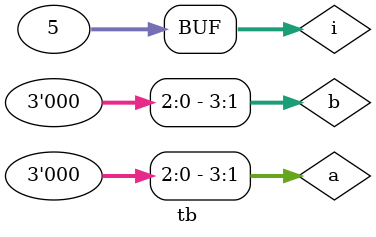
<source format=v>

module tb;  
    // 1. Declare testbench variables  
   reg [3:0] a;  
   reg [3:0] b;  
   reg c_in;  
   wire [3:0] sum;  
   integer i;  
  
    // 2. Instantiate the design and connect to testbench variables  
   fulladd  fa0 ( .a (a),  
                  .b (b),  
                  .c_in (c_in),  
                  .c_out (c_out),  
                  .sum (sum));  
  
    // 3. Provide stimulus to test the design  
   initial begin  
      a <= 0;  
      b <= 0;  
      c_in <= 0;  
  
      $monitor ("a=0x%0h b=0x%0h c_in=0x%0h c_out=0x%0h sum=0x%0h", a, b, c_in, c_out, sum);  
  
        // Use a for loop to apply random values to the input  
      for (i = 0; i < 5; i = i+1) begin  
         #10 a <= $random;  
             b <= $random;  
                 c_in <= $random;  
      end  
   end  
endmodule

</source>
